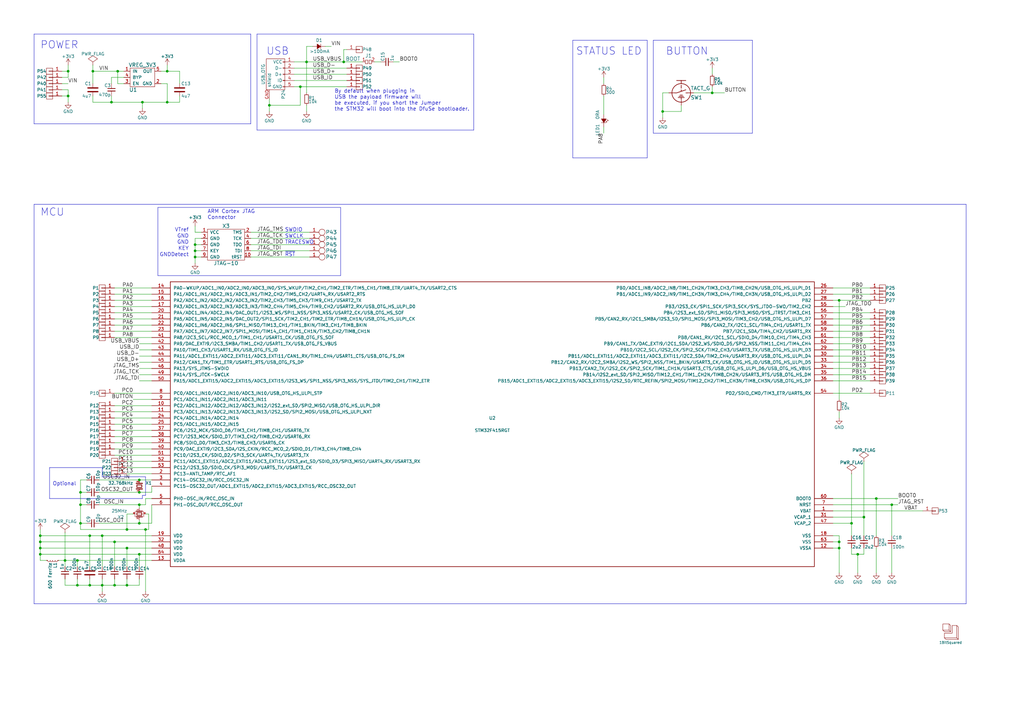
<source format=kicad_sch>
(kicad_sch (version 20230121) (generator eeschema)
  (paper "A3")
  (title_block (title "1BitSy") (rev "V1.0c") (company "1BitSquared") (comment 1 "(C) 2016 Piotr Esden-Tempski <piotr@esden.net>") (comment 2 "(C) 2016 1BitSquared LLC <info@1bitsquared.com>") (comment 3 "License: CC-BY-SA V4.0"))
  (junction (at 80.01 105.41))
  (junction (at 45.72 41.91))
  (junction (at 16.51 224.79))
  (junction (at 123.19 35.56))
  (junction (at 344.17 123.19))
  (junction (at 354.33 212.09))
  (junction (at 33.02 201.93))
  (junction (at 68.58 29.21))
  (junction (at 292.1 38.1))
  (junction (at 41.91 240.03))
  (junction (at 125.73 25.4))
  (junction (at 57.15 214.63))
  (junction (at 26.67 229.87))
  (junction (at 33.02 214.63))
  (junction (at 359.41 204.47))
  (junction (at 31.75 229.87))
  (junction (at 46.99 222.25))
  (junction (at 344.17 224.79))
  (junction (at 33.02 207.01))
  (junction (at 80.01 102.87))
  (junction (at 16.51 222.25))
  (junction (at 80.01 100.33))
  (junction (at 27.94 39.37))
  (junction (at 140.97 25.4))
  (junction (at 36.83 219.71))
  (junction (at 52.07 217.17))
  (junction (at 344.17 222.25))
  (junction (at 31.75 240.03))
  (junction (at 59.69 217.17))
  (junction (at 41.91 219.71))
  (junction (at 57.15 201.93))
  (junction (at 48.26 29.21))
  (junction (at 38.1 29.21))
  (junction (at 57.15 227.33))
  (junction (at 58.42 41.91))
  (junction (at 271.78 45.72))
  (junction (at 365.76 207.01))
  (junction (at 46.99 240.03))
  (junction (at 52.07 224.79))
  (junction (at 57.15 196.85))
  (junction (at 52.07 240.03))
  (junction (at 57.15 207.01))
  (junction (at 36.83 240.03))
  (junction (at 68.58 41.91))
  (junction (at 110.49 43.18))
  (junction (at 16.51 227.33))
  (junction (at 27.94 29.21))
  (junction (at 349.25 214.63))
  (junction (at 16.51 219.71))
  (junction (at 351.79 227.33))
  (wire (pts (xy 102.87 100.33) (xy 127 100.33)))
  (wire (pts (xy 344.17 123.19) (xy 344.17 163.83)))
  (wire (pts (xy 57.15 207.01) (xy 59.69 207.01)))
  (wire (pts (xy 38.1 26.67) (xy 38.1 29.21)))
  (wire (pts (xy 279.4 45.72) (xy 271.78 45.72)))
  (wire (pts (xy 344.17 219.71) (xy 344.17 222.25)))
  (wire (pts (xy 62.23 156.21) (xy 57.15 156.21)))
  (wire (pts (xy 125.73 19.05) (xy 128.27 19.05)))
  (wire (pts (xy 359.41 224.79) (xy 359.41 234.95)))
  (wire (pts (xy 52.07 210.82) (xy 52.07 217.17)))
  (wire (pts (xy 341.63 222.25) (xy 344.17 222.25)))
  (polyline (pts (xy 13.97 50.8) (xy 102.87 50.8)))
  (polyline (pts (xy 64.77 113.03) (xy 64.77 85.09)))
  (wire (pts (xy 341.63 138.43) (xy 356.87 138.43)))
  (wire (pts (xy 341.63 140.97) (xy 356.87 140.97)))
  (polyline (pts (xy 139.7 113.03) (xy 64.77 113.03)))
  (wire (pts (xy 292.1 30.48) (xy 292.1 27.94)))
  (wire (pts (xy 120.65 33.02) (xy 142.24 33.02)))
  (wire (pts (xy 62.23 151.13) (xy 57.15 151.13)))
  (wire (pts (xy 349.25 194.31) (xy 349.25 214.63)))
  (wire (pts (xy 344.17 224.79) (xy 344.17 234.95)))
  (wire (pts (xy 341.63 219.71) (xy 344.17 219.71)))
  (wire (pts (xy 26.67 218.44) (xy 26.67 229.87)))
  (wire (pts (xy 52.07 237.49) (xy 52.07 240.03)))
  (wire (pts (xy 341.63 118.11) (xy 356.87 118.11)))
  (wire (pts (xy 26.67 229.87) (xy 26.67 232.41)))
  (wire (pts (xy 349.25 224.79) (xy 349.25 227.33)))
  (wire (pts (xy 341.63 123.19) (xy 344.17 123.19)))
  (wire (pts (xy 59.69 210.82) (xy 60.96 210.82)))
  (wire (pts (xy 46.99 240.03) (xy 52.07 240.03)))
  (wire (pts (xy 66.04 29.21) (xy 68.58 29.21)))
  (polyline (pts (xy 105.41 13.97) (xy 105.41 53.34)))
  (wire (pts (xy 16.51 224.79) (xy 16.51 227.33)))
  (wire (pts (xy 341.63 120.65) (xy 356.87 120.65)))
  (wire (pts (xy 45.72 41.91) (xy 58.42 41.91)))
  (wire (pts (xy 62.23 201.93) (xy 62.23 199.39)))
  (wire (pts (xy 31.75 232.41) (xy 31.75 229.87)))
  (wire (pts (xy 57.15 213.36) (xy 57.15 214.63)))
  (wire (pts (xy 359.41 219.71) (xy 359.41 204.47)))
  (wire (pts (xy 46.99 125.73) (xy 62.23 125.73)))
  (wire (pts (xy 16.51 219.71) (xy 36.83 219.71)))
  (wire (pts (xy 274.32 38.1) (xy 271.78 38.1)))
  (polyline (pts (xy 13.97 13.97) (xy 13.97 50.8)))
  (wire (pts (xy 59.69 204.47) (xy 62.23 204.47)))
  (wire (pts (xy 120.65 27.94) (xy 142.24 27.94)))
  (wire (pts (xy 125.73 25.4) (xy 140.97 25.4)))
  (wire (pts (xy 50.8 31.75) (xy 45.72 31.75)))
  (wire (pts (xy 125.73 19.05) (xy 125.73 25.4)))
  (wire (pts (xy 31.75 237.49) (xy 31.75 240.03)))
  (wire (pts (xy 102.87 102.87) (xy 127 102.87)))
  (wire (pts (xy 46.99 184.15) (xy 62.23 184.15)))
  (wire (pts (xy 354.33 212.09) (xy 354.33 219.71)))
  (wire (pts (xy 46.99 130.81) (xy 62.23 130.81)))
  (wire (pts (xy 33.02 214.63) (xy 35.56 214.63)))
  (wire (pts (xy 341.63 212.09) (xy 354.33 212.09)))
  (wire (pts (xy 359.41 204.47) (xy 368.3 204.47)))
  (wire (pts (xy 38.1 29.21) (xy 48.26 29.21)))
  (wire (pts (xy 120.65 25.4) (xy 125.73 25.4)))
  (wire (pts (xy 123.19 43.18) (xy 123.19 35.56)))
  (wire (pts (xy 52.07 232.41) (xy 52.07 224.79)))
  (wire (pts (xy 123.19 35.56) (xy 142.24 35.56)))
  (wire (pts (xy 46.99 128.27) (xy 62.23 128.27)))
  (wire (pts (xy 247.65 52.07) (xy 247.65 54.61)))
  (wire (pts (xy 36.83 240.03) (xy 41.91 240.03)))
  (wire (pts (xy 341.63 204.47) (xy 359.41 204.47)))
  (wire (pts (xy 341.63 209.55) (xy 378.46 209.55)))
  (wire (pts (xy 46.99 237.49) (xy 46.99 240.03)))
  (wire (pts (xy 48.26 29.21) (xy 48.26 34.29)))
  (wire (pts (xy 46.99 168.91) (xy 62.23 168.91)))
  (wire (pts (xy 16.51 222.25) (xy 46.99 222.25)))
  (wire (pts (xy 26.67 229.87) (xy 31.75 229.87)))
  (wire (pts (xy 341.63 224.79) (xy 344.17 224.79)))
  (wire (pts (xy 59.69 217.17) (xy 60.96 217.17)))
  (wire (pts (xy 46.99 123.19) (xy 62.23 123.19)))
  (wire (pts (xy 110.49 40.64) (xy 110.49 43.18)))
  (polyline (pts (xy 102.87 13.97) (xy 13.97 13.97)))
  (wire (pts (xy 292.1 38.1) (xy 292.1 35.56)))
  (polyline (pts (xy 234.95 64.77) (xy 234.95 16.51)))
  (wire (pts (xy 16.51 229.87) (xy 19.05 229.87)))
  (wire (pts (xy 349.25 214.63) (xy 349.25 219.71)))
  (polyline (pts (xy 265.43 64.77) (xy 234.95 64.77)))
  (wire (pts (xy 27.94 39.37) (xy 27.94 41.91)))
  (wire (pts (xy 25.4 36.83) (xy 27.94 36.83)))
  (wire (pts (xy 57.15 214.63) (xy 62.23 214.63)))
  (wire (pts (xy 351.79 227.33) (xy 351.79 234.95)))
  (wire (pts (xy 341.63 143.51) (xy 356.87 143.51)))
  (wire (pts (xy 68.58 26.67) (xy 68.58 29.21)))
  (wire (pts (xy 27.94 26.67) (xy 27.94 29.21)))
  (wire (pts (xy 102.87 97.79) (xy 127 97.79)))
  (wire (pts (xy 284.48 38.1) (xy 292.1 38.1)))
  (wire (pts (xy 54.61 163.83) (xy 62.23 163.83)))
  (wire (pts (xy 341.63 125.73) (xy 346.71 125.73)))
  (wire (pts (xy 38.1 41.91) (xy 45.72 41.91)))
  (wire (pts (xy 46.99 171.45) (xy 62.23 171.45)))
  (wire (pts (xy 46.99 179.07) (xy 62.23 179.07)))
  (wire (pts (xy 33.02 207.01) (xy 33.02 214.63)))
  (polyline (pts (xy 41.91 191.77) (xy 20.32 191.77)))
  (wire (pts (xy 33.02 207.01) (xy 35.56 207.01)))
  (wire (pts (xy 33.02 214.63) (xy 33.02 217.17)))
  (polyline (pts (xy 194.31 53.34) (xy 194.31 13.97)))
  (polyline (pts (xy 58.42 203.2) (xy 59.69 203.2)))
  (wire (pts (xy 140.97 25.4) (xy 148.59 25.4)))
  (wire (pts (xy 66.04 34.29) (xy 68.58 34.29)))
  (wire (pts (xy 341.63 214.63) (xy 349.25 214.63)))
  (wire (pts (xy 33.02 201.93) (xy 35.56 201.93)))
  (wire (pts (xy 54.61 210.82) (xy 52.07 210.82)))
  (wire (pts (xy 31.75 240.03) (xy 36.83 240.03)))
  (wire (pts (xy 125.73 25.4) (xy 125.73 38.1)))
  (wire (pts (xy 35.56 196.85) (xy 33.02 196.85)))
  (wire (pts (xy 341.63 151.13) (xy 356.87 151.13)))
  (polyline (pts (xy 58.42 204.47) (xy 58.42 203.2)))
  (polyline (pts (xy 396.24 247.65) (xy 13.97 247.65)))
  (wire (pts (xy 16.51 227.33) (xy 16.51 229.87)))
  (wire (pts (xy 46.99 173.99) (xy 62.23 173.99)))
  (polyline (pts (xy 267.97 54.61) (xy 267.97 16.51)))
  (wire (pts (xy 80.01 97.79) (xy 80.01 100.33)))
  (polyline (pts (xy 267.97 16.51) (xy 308.61 16.51)))
  (wire (pts (xy 80.01 105.41) (xy 80.01 107.95)))
  (wire (pts (xy 341.63 148.59) (xy 356.87 148.59)))
  (wire (pts (xy 82.55 105.41) (xy 80.01 105.41)))
  (wire (pts (xy 82.55 95.25) (xy 80.01 95.25)))
  (wire (pts (xy 16.51 222.25) (xy 16.51 224.79)))
  (wire (pts (xy 33.02 201.93) (xy 33.02 207.01)))
  (polyline (pts (xy 102.87 50.8) (xy 102.87 13.97)))
  (wire (pts (xy 354.33 227.33) (xy 354.33 224.79)))
  (wire (pts (xy 52.07 189.23) (xy 62.23 189.23)))
  (polyline (pts (xy 20.32 191.77) (xy 20.32 204.47)))
  (polyline (pts (xy 64.77 85.09) (xy 139.7 85.09)))
  (wire (pts (xy 344.17 123.19) (xy 356.87 123.19)))
  (wire (pts (xy 36.83 237.49) (xy 36.83 240.03)))
  (wire (pts (xy 57.15 208.28) (xy 57.15 207.01)))
  (wire (pts (xy 46.99 222.25) (xy 62.23 222.25)))
  (wire (pts (xy 271.78 45.72) (xy 271.78 48.26)))
  (wire (pts (xy 26.67 240.03) (xy 31.75 240.03)))
  (wire (pts (xy 41.91 240.03) (xy 41.91 242.57)))
  (wire (pts (xy 36.83 232.41) (xy 36.83 219.71)))
  (wire (pts (xy 110.49 43.18) (xy 110.49 45.72)))
  (wire (pts (xy 102.87 105.41) (xy 127 105.41)))
  (polyline (pts (xy 308.61 16.51) (xy 308.61 54.61)))
  (wire (pts (xy 59.69 207.01) (xy 59.69 204.47)))
  (wire (pts (xy 26.67 237.49) (xy 26.67 240.03)))
  (wire (pts (xy 341.63 207.01) (xy 365.76 207.01)))
  (wire (pts (xy 40.64 196.85) (xy 57.15 196.85)))
  (wire (pts (xy 52.07 224.79) (xy 62.23 224.79)))
  (wire (pts (xy 46.99 166.37) (xy 62.23 166.37)))
  (wire (pts (xy 24.13 229.87) (xy 26.67 229.87)))
  (wire (pts (xy 349.25 227.33) (xy 351.79 227.33)))
  (wire (pts (xy 46.99 118.11) (xy 62.23 118.11)))
  (wire (pts (xy 41.91 219.71) (xy 62.23 219.71)))
  (wire (pts (xy 80.01 102.87) (xy 80.01 105.41)))
  (wire (pts (xy 36.83 219.71) (xy 41.91 219.71)))
  (wire (pts (xy 62.23 214.63) (xy 62.23 207.01)))
  (wire (pts (xy 52.07 194.31) (xy 62.23 194.31)))
  (wire (pts (xy 16.51 217.17) (xy 16.51 219.71)))
  (wire (pts (xy 365.76 224.79) (xy 365.76 234.95)))
  (wire (pts (xy 341.63 161.29) (xy 356.87 161.29)))
  (wire (pts (xy 365.76 207.01) (xy 368.3 207.01)))
  (polyline (pts (xy 194.31 13.97) (xy 105.41 13.97)))
  (wire (pts (xy 341.63 135.89) (xy 356.87 135.89)))
  (wire (pts (xy 46.99 232.41) (xy 46.99 222.25)))
  (wire (pts (xy 247.65 31.75) (xy 247.65 34.29)))
  (wire (pts (xy 142.24 20.32) (xy 140.97 20.32)))
  (polyline (pts (xy 13.97 83.82) (xy 396.24 83.82)))
  (wire (pts (xy 46.99 138.43) (xy 62.23 138.43)))
  (wire (pts (xy 46.99 161.29) (xy 62.23 161.29)))
  (wire (pts (xy 68.58 41.91) (xy 68.58 34.29)))
  (wire (pts (xy 271.78 38.1) (xy 271.78 45.72)))
  (wire (pts (xy 31.75 229.87) (xy 62.23 229.87)))
  (wire (pts (xy 102.87 95.25) (xy 127 95.25)))
  (wire (pts (xy 16.51 224.79) (xy 52.07 224.79)))
  (wire (pts (xy 27.94 36.83) (xy 27.94 39.37)))
  (wire (pts (xy 82.55 100.33) (xy 80.01 100.33)))
  (wire (pts (xy 125.73 43.18) (xy 125.73 45.72)))
  (wire (pts (xy 365.76 207.01) (xy 365.76 219.71)))
  (wire (pts (xy 57.15 201.93) (xy 62.23 201.93)))
  (wire (pts (xy 46.99 120.65) (xy 62.23 120.65)))
  (polyline (pts (xy 20.32 204.47) (xy 58.42 204.47)))
  (wire (pts (xy 351.79 227.33) (xy 354.33 227.33)))
  (polyline (pts (xy 396.24 83.82) (xy 396.24 247.65)))
  (wire (pts (xy 341.63 146.05) (xy 356.87 146.05)))
  (wire (pts (xy 46.99 186.69) (xy 62.23 186.69)))
  (wire (pts (xy 62.23 143.51) (xy 57.15 143.51)))
  (wire (pts (xy 140.97 20.32) (xy 140.97 25.4)))
  (wire (pts (xy 41.91 232.41) (xy 41.91 219.71)))
  (polyline (pts (xy 234.95 16.51) (xy 265.43 16.51)))
  (wire (pts (xy 52.07 240.03) (xy 57.15 240.03)))
  (wire (pts (xy 58.42 41.91) (xy 58.42 44.45)))
  (wire (pts (xy 82.55 102.87) (xy 80.01 102.87)))
  (wire (pts (xy 52.07 191.77) (xy 62.23 191.77)))
  (polyline (pts (xy 139.7 85.09) (xy 139.7 113.03)))
  (wire (pts (xy 33.02 217.17) (xy 52.07 217.17)))
  (wire (pts (xy 27.94 29.21) (xy 27.94 31.75)))
  (wire (pts (xy 247.65 39.37) (xy 247.65 46.99)))
  (wire (pts (xy 57.15 196.85) (xy 62.23 196.85)))
  (wire (pts (xy 82.55 97.79) (xy 80.01 97.79)))
  (wire (pts (xy 41.91 237.49) (xy 41.91 240.03)))
  (wire (pts (xy 52.07 217.17) (xy 59.69 217.17)))
  (wire (pts (xy 73.66 41.91) (xy 73.66 39.37)))
  (wire (pts (xy 73.66 29.21) (xy 73.66 34.29)))
  (wire (pts (xy 45.72 39.37) (xy 45.72 41.91)))
  (wire (pts (xy 46.99 176.53) (xy 62.23 176.53)))
  (wire (pts (xy 341.63 133.35) (xy 356.87 133.35)))
  (wire (pts (xy 80.01 100.33) (xy 80.01 102.87)))
  (wire (pts (xy 58.42 41.91) (xy 68.58 41.91)))
  (wire (pts (xy 341.63 130.81) (xy 356.87 130.81)))
  (wire (pts (xy 62.23 148.59) (xy 57.15 148.59)))
  (wire (pts (xy 48.26 34.29) (xy 50.8 34.29)))
  (wire (pts (xy 354.33 189.23) (xy 354.33 212.09)))
  (wire (pts (xy 135.89 19.05) (xy 133.35 19.05)))
  (wire (pts (xy 57.15 240.03) (xy 57.15 237.49)))
  (wire (pts (xy 120.65 35.56) (xy 123.19 35.56)))
  (wire (pts (xy 341.63 128.27) (xy 356.87 128.27)))
  (wire (pts (xy 57.15 227.33) (xy 62.23 227.33)))
  (wire (pts (xy 57.15 232.41) (xy 57.15 227.33)))
  (wire (pts (xy 59.69 217.17) (xy 59.69 242.57)))
  (wire (pts (xy 341.63 153.67) (xy 356.87 153.67)))
  (wire (pts (xy 16.51 219.71) (xy 16.51 222.25)))
  (wire (pts (xy 38.1 41.91) (xy 38.1 39.37)))
  (wire (pts (xy 33.02 196.85) (xy 33.02 201.93)))
  (wire (pts (xy 40.64 201.93) (xy 57.15 201.93)))
  (wire (pts (xy 48.26 29.21) (xy 50.8 29.21)))
  (wire (pts (xy 62.23 153.67) (xy 57.15 153.67)))
  (wire (pts (xy 57.15 146.05) (xy 62.23 146.05)))
  (wire (pts (xy 279.4 43.18) (xy 279.4 45.72)))
  (wire (pts (xy 161.29 25.4) (xy 163.83 25.4)))
  (wire (pts (xy 40.64 207.01) (xy 57.15 207.01)))
  (wire (pts (xy 344.17 168.91) (xy 344.17 171.45)))
  (wire (pts (xy 62.23 140.97) (xy 57.15 140.97)))
  (wire (pts (xy 68.58 29.21) (xy 73.66 29.21)))
  (polyline (pts (xy 308.61 54.61) (xy 267.97 54.61)))
  (wire (pts (xy 16.51 227.33) (xy 57.15 227.33)))
  (wire (pts (xy 27.94 31.75) (xy 25.4 31.75)))
  (wire (pts (xy 41.91 240.03) (xy 46.99 240.03)))
  (wire (pts (xy 45.72 31.75) (xy 45.72 34.29)))
  (wire (pts (xy 80.01 95.25) (xy 80.01 92.71)))
  (wire (pts (xy 46.99 181.61) (xy 62.23 181.61)))
  (wire (pts (xy 344.17 222.25) (xy 344.17 224.79)))
  (wire (pts (xy 46.99 135.89) (xy 62.23 135.89)))
  (polyline (pts (xy 13.97 247.65) (xy 13.97 83.82)))
  (wire (pts (xy 123.19 43.18) (xy 110.49 43.18)))
  (wire (pts (xy 27.94 39.37) (xy 25.4 39.37)))
  (polyline (pts (xy 41.91 195.58) (xy 41.91 191.77)))
  (wire (pts (xy 341.63 156.21) (xy 356.87 156.21)))
  (polyline (pts (xy 265.43 16.51) (xy 265.43 64.77)))
  (wire (pts (xy 153.67 25.4) (xy 156.21 25.4)))
  (polyline (pts (xy 105.41 53.34) (xy 194.31 53.34)))
  (wire (pts (xy 46.99 133.35) (xy 62.23 133.35)))
  (polyline (pts (xy 59.69 195.58) (xy 41.91 195.58)))
  (wire (pts (xy 25.4 29.21) (xy 27.94 29.21)))
  (wire (pts (xy 68.58 41.91) (xy 73.66 41.91)))
  (wire (pts (xy 25.4 34.29) (xy 27.94 34.29)))
  (polyline (pts (xy 59.69 203.2) (xy 59.69 195.58)))
  (wire (pts (xy 60.96 210.82) (xy 60.96 217.17)))
  (wire (pts (xy 40.64 214.63) (xy 57.15 214.63)))
  (wire (pts (xy 292.1 38.1) (xy 297.18 38.1)))
  (wire (pts (xy 120.65 30.48) (xy 142.24 30.48)))
  (wire (pts (xy 38.1 29.21) (xy 38.1 34.29)))
  (text "SWCLK" (at 116.84 97.79 0) (effects (font (size 1.524 1.524)) (justify left bottom)))
  (text "POWER" (at 16.51 20.32 0) (effects (font (size 3.048 3.048)) (justify left bottom)))
  (text "BUTTON" (at 273.05 22.86 0) (effects (font (size 3.048 3.048)) (justify left bottom)))
  (text "GND" (at 77.47 100.33 0) (effects (font (size 1.524 1.524)) (justify right bottom)))
  (text "TRACESWO" (at 116.84 100.33 0) (effects (font (size 1.524 1.524)) (justify left bottom)))
  (text "USB" (at 109.22 22.86 0) (effects (font (size 3.048 3.048)) (justify left bottom)))
  (text "GND" (at 77.47 97.79 0) (effects (font (size 1.524 1.524)) (justify right bottom)))
  (text "By default when plugging in\nUSB the payload firmware will\nbe executed, if you short the Jumper\nthe STM32 will boot into the DfuSe bootloader." (at 137.16 45.72 0) (effects (font (size 1.524 1.524)) (justify left bottom)))
  (text "GNDDetect" (at 77.47 105.41 0) (effects (font (size 1.524 1.524)) (justify right bottom)))
  (text "STATUS LED" (at 236.22 22.86 0) (effects (font (size 3.048 3.048)) (justify left bottom)))
  (text "MCU" (at 16.51 88.9 0) (effects (font (size 3.048 3.048)) (justify left bottom)))
  (text "Optional" (at 21.59 199.39 0) (effects (font (size 1.524 1.524)) (justify left bottom)))
  (text "SWDIO" (at 116.84 95.25 0) (effects (font (size 1.524 1.524)) (justify left bottom)))
  (text "~{RST}" (at 116.84 105.41 0) (effects (font (size 1.524 1.524)) (justify left bottom)))
  (text "ARM Cortex JTAG\nConnector" (at 85.09 90.17 0) (effects (font (size 1.524 1.524)) (justify left bottom)))
  (text "KEY" (at 77.47 102.87 0) (effects (font (size 1.524 1.524)) (justify right bottom)))
  (text "VTref" (at 77.47 95.25 0) (effects (font (size 1.524 1.524)) (justify right bottom)))
  (label "PC10" (at 54.61 186.69 180) (effects (font (size 1.524 1.524))))
  (label "PA3" (at 54.61 125.73 180) (effects (font (size 1.524 1.524))))
  (label "BUTTON" (at 54.61 163.83 180) (effects (font (size 1.524 1.524))))
  (label "VIN" (at 135.89 19.05 0) (effects (font (size 1.524 1.524))))
  (label "USB_D+" (at 57.15 148.59 180) (effects (font (size 1.524 1.524))))
  (label "PB2" (at 349.25 123.19 0) (effects (font (size 1.524 1.524))))
  (label "JTAG_TMS" (at 105.41 95.25 0) (effects (font (size 1.524 1.524))))
  (label "OSC32_OUT" (at 54.61 201.93 180) (effects (font (size 1.524 1.524))))
  (label "OSC_IN" (at 50.8 207.01 180) (effects (font (size 1.524 1.524))))
  (label "JTAG_TDO" (at 346.71 125.73 0) (effects (font (size 1.524 1.524))))
  (label "BOOT0" (at 368.3 204.47 0) (effects (font (size 1.524 1.524))))
  (label "PB10" (at 349.25 143.51 0) (effects (font (size 1.524 1.524))))
  (label "VIN" (at 44.45 29.21 180) (effects (font (size 1.524 1.524))))
  (label "OSC32_IN" (at 53.34 196.85 180) (effects (font (size 1.524 1.524))))
  (label "PC11" (at 54.61 189.23 180) (effects (font (size 1.524 1.524))))
  (label "PB8" (at 349.25 138.43 0) (effects (font (size 1.524 1.524))))
  (label "PB9" (at 349.25 140.97 0) (effects (font (size 1.524 1.524))))
  (label "PC2" (at 54.61 166.37 180) (effects (font (size 1.524 1.524))))
  (label "PC13" (at 54.61 194.31 180) (effects (font (size 1.524 1.524))))
  (label "JTAG_TCK" (at 57.15 153.67 180) (effects (font (size 1.524 1.524))))
  (label "BUTTON" (at 297.18 38.1 0) (effects (font (size 1.524 1.524))))
  (label "PB14" (at 349.25 153.67 0) (effects (font (size 1.524 1.524))))
  (label "JTAG_RST" (at 105.41 105.41 0) (effects (font (size 1.524 1.524))))
  (label "PA4" (at 54.61 128.27 180) (effects (font (size 1.524 1.524))))
  (label "PA7" (at 54.61 135.89 180) (effects (font (size 1.524 1.524))))
  (label "PC12" (at 54.61 191.77 180) (effects (font (size 1.524 1.524))))
  (label "PB5" (at 349.25 130.81 0) (effects (font (size 1.524 1.524))))
  (label "PB15" (at 349.25 156.21 0) (effects (font (size 1.524 1.524))))
  (label "PA5" (at 54.61 130.81 180) (effects (font (size 1.524 1.524))))
  (label "PB0" (at 349.25 118.11 0) (effects (font (size 1.524 1.524))))
  (label "PA8" (at 54.61 138.43 180) (effects (font (size 1.524 1.524))))
  (label "USB_D-" (at 128.27 27.94 0) (effects (font (size 1.524 1.524))))
  (label "PB1" (at 349.25 120.65 0) (effects (font (size 1.524 1.524))))
  (label "USB_ID" (at 128.27 33.02 0) (effects (font (size 1.524 1.524))))
  (label "VBAT" (at 370.84 209.55 0) (effects (font (size 1.524 1.524))))
  (label "VIN" (at 27.94 34.29 0) (effects (font (size 1.524 1.524))))
  (label "JTAG_TMS" (at 57.15 151.13 180) (effects (font (size 1.524 1.524))))
  (label "PA1" (at 54.61 120.65 180) (effects (font (size 1.524 1.524))))
  (label "BOOT0" (at 163.83 25.4 0) (effects (font (size 1.524 1.524))))
  (label "USB_VBUS" (at 128.27 25.4 0) (effects (font (size 1.524 1.524))))
  (label "JTAG_TDI" (at 57.15 156.21 180) (effects (font (size 1.524 1.524))))
  (label "PA6" (at 54.61 133.35 180) (effects (font (size 1.524 1.524))))
  (label "PA8" (at 247.65 54.61 270) (effects (font (size 1.524 1.524))))
  (label "USB_D+" (at 128.27 30.48 0) (effects (font (size 1.524 1.524))))
  (label "PB6" (at 349.25 133.35 0) (effects (font (size 1.524 1.524))))
  (label "PC0" (at 54.61 161.29 180) (effects (font (size 1.524 1.524))))
  (label "PB12" (at 349.25 148.59 0) (effects (font (size 1.524 1.524))))
  (label "PD2" (at 349.25 161.29 0) (effects (font (size 1.524 1.524))))
  (label "PC9" (at 54.61 184.15 180) (effects (font (size 1.524 1.524))))
  (label "USB_ID" (at 57.15 143.51 180) (effects (font (size 1.524 1.524))))
  (label "PB11" (at 349.25 146.05 0) (effects (font (size 1.524 1.524))))
  (label "JTAG_TCK" (at 105.41 97.79 0) (effects (font (size 1.524 1.524))))
  (label "PC8" (at 54.61 181.61 180) (effects (font (size 1.524 1.524))))
  (label "OSC_OUT" (at 50.8 214.63 180) (effects (font (size 1.524 1.524))))
  (label "USB_VBUS" (at 57.15 140.97 180) (effects (font (size 1.524 1.524))))
  (label "PC3" (at 54.61 168.91 180) (effects (font (size 1.524 1.524))))
  (label "PA2" (at 54.61 123.19 180) (effects (font (size 1.524 1.524))))
  (label "PB13" (at 349.25 151.13 0) (effects (font (size 1.524 1.524))))
  (label "PC6" (at 54.61 176.53 180) (effects (font (size 1.524 1.524))))
  (label "JTAG_TDO" (at 105.41 100.33 0) (effects (font (size 1.524 1.524))))
  (label "PB4" (at 349.25 128.27 0) (effects (font (size 1.524 1.524))))
  (label "JTAG_TDI" (at 105.41 102.87 0) (effects (font (size 1.524 1.524))))
  (label "PC7" (at 54.61 179.07 180) (effects (font (size 1.524 1.524))))
  (label "PC4" (at 54.61 171.45 180) (effects (font (size 1.524 1.524))))
  (label "PB7" (at 349.25 135.89 0) (effects (font (size 1.524 1.524))))
  (label "PC5" (at 54.61 173.99 180) (effects (font (size 1.524 1.524))))
  (label "USB_D-" (at 57.15 146.05 180) (effects (font (size 1.524 1.524))))
  (label "PA0" (at 54.61 118.11 180) (effects (font (size 1.524 1.524))))
  (label "JTAG_RST" (at 368.3 207.01 0) (effects (font (size 1.524 1.524))))
  (symbol (lib_id "1bitsy-rescue:STM32F415RGTx") (at 201.93 173.99 0) (unit 1)
    (property "Reference" "U2" (at 201.93 171.45 0))
    (property "Value" "STM32F415RGT" (at 201.93 176.53 0))
    (property "Footprint" "pkl_housings_qfp:LQFP-64_10x10mm_Pitch0.5mm" (effects hide))
    (property "Key" "ic-mcu-stm32f415rgt6" (effects hide))
    (property "MFN" "STM32F415RGT6" (effects hide))
    (property "Package ID" "LQFP-64" (effects hide))
    (property "Source" "ANY" (effects hide))
  )
  (symbol (lib_id "1bitsy-rescue:pkl_XTAL_XGXG") (at 57.15 210.82 270) (unit 1)
    (property "Reference" "X2" (at 49.53 212.09 90))
    (property "Value" "25MHz" (at 45.72 209.55 90) (effects (justify left)))
    (property "Footprint" "pkl_misc:ABM8" (effects hide))
    (property "Key" "xtal-abm8-25mhz" (effects hide))
    (property "MFN" "ABM8G-24.000MHZ-B4Y-T" (effects hide))
    (property "Source" "ANY" (effects hide))
  )
  (symbol (lib_id "1bitsy-rescue:GND") (at 59.69 242.57 0) (unit 1)
    (property "Reference" "#PWR6" (effects hide))
    (property "Value" "GND" (at 59.69 246.38 0))
  )
  (symbol (lib_id "1bitsy-rescue:pkl_C_Small") (at 38.1 207.01 90) (unit 1)
    (property "Reference" "C8" (at 36.322 206.756 0) (effects (justify left)))
    (property "Value" "10p" (at 40.132 206.756 0) (effects (justify left)))
    (property "Footprint" "pkl_dipol:C_0402" (effects hide))
    (property "Key" "cap-cer-0402-10p" (effects hide))
    (property "Package ID" "0402" (effects hide))
    (property "Source" "ANY" (effects hide))
  )
  (symbol (lib_id "1bitsy-rescue:pkl_C_Small") (at 38.1 214.63 90) (unit 1)
    (property "Reference" "C9" (at 36.322 214.376 0) (effects (justify left)))
    (property "Value" "10p" (at 40.132 214.376 0) (effects (justify left)))
    (property "Footprint" "pkl_dipol:C_0402" (effects hide))
    (property "Key" "cap-cer-0402-10p" (effects hide))
    (property "Package ID" "0402" (effects hide))
    (property "Source" "ANY" (effects hide))
  )
  (symbol (lib_id "1bitsy-rescue:+3V3") (at 16.51 217.17 0) (unit 1)
    (property "Reference" "#PWR1" (effects hide))
    (property "Value" "+3V3" (at 16.51 213.614 0))
  )
  (symbol (lib_id "1bitsy-rescue:pkl_L_Small") (at 21.59 229.87 270) (unit 1)
    (property "Reference" "L1" (at 22.606 230.632 0) (effects (justify left)))
    (property "Value" "600 Ferrite" (at 20.574 230.632 0) (effects (justify left)))
    (property "Footprint" "pkl_dipol:L_0402" (effects hide))
    (property "Key" "ferrite-0402-600" (effects hide))
    (property "Characteristics" "600Ohm" (effects hide))
    (property "Package ID" "0402" (effects hide))
    (property "Source" "ANY" (effects hide))
  )
  (symbol (lib_id "1bitsy-rescue:GND") (at 344.17 234.95 0) (unit 1)
    (property "Reference" "#PWR16" (effects hide))
    (property "Value" "GND" (at 344.17 238.76 0))
  )
  (symbol (lib_id "1bitsy-rescue:pkl_C_Small") (at 57.15 234.95 0) (unit 1)
    (property "Reference" "C14" (at 57.404 233.172 0) (effects (justify left)))
    (property "Value" "100n" (at 55.88 233.68 90) (effects (justify left)))
    (property "Footprint" "pkl_dipol:C_0402" (effects hide))
    (property "Key" "cap-cer-0402-100n" (effects hide))
    (property "Package ID" "0402" (effects hide))
    (property "Source" "ANY" (effects hide))
  )
  (symbol (lib_id "1bitsy-rescue:pkl_C_Small") (at 52.07 234.95 0) (unit 1)
    (property "Reference" "C12" (at 52.324 233.172 0) (effects (justify left)))
    (property "Value" "100n" (at 50.8 233.68 90) (effects (justify left)))
    (property "Footprint" "pkl_dipol:C_0402" (effects hide))
    (property "Key" "cap-cer-0402-100n" (effects hide))
    (property "Package ID" "0402" (effects hide))
    (property "Source" "ANY" (effects hide))
  )
  (symbol (lib_id "1bitsy-rescue:pkl_C_Small") (at 46.99 234.95 0) (unit 1)
    (property "Reference" "C11" (at 47.244 233.172 0) (effects (justify left)))
    (property "Value" "100n" (at 45.72 233.68 90) (effects (justify left)))
    (property "Footprint" "pkl_dipol:C_0402" (effects hide))
    (property "Key" "cap-cer-0402-100n" (effects hide))
    (property "Package ID" "0402" (effects hide))
    (property "Source" "ANY" (effects hide))
  )
  (symbol (lib_id "1bitsy-rescue:pkl_C_Small") (at 41.91 234.95 0) (unit 1)
    (property "Reference" "C10" (at 42.164 233.172 0) (effects (justify left)))
    (property "Value" "100n" (at 40.64 233.68 90) (effects (justify left)))
    (property "Footprint" "pkl_dipol:C_0402" (effects hide))
    (property "Key" "cap-cer-0402-100n" (effects hide))
    (property "Package ID" "0402" (effects hide))
    (property "Source" "ANY" (effects hide))
  )
  (symbol (lib_id "1bitsy-rescue:pkl_C_Small") (at 31.75 234.95 0) (unit 1)
    (property "Reference" "C4" (at 32.004 233.172 0) (effects (justify left)))
    (property "Value" "100n" (at 30.48 233.68 90) (effects (justify left)))
    (property "Footprint" "pkl_dipol:C_0402" (effects hide))
    (property "Key" "cap-cer-0402-100n" (effects hide))
    (property "Package ID" "0402" (effects hide))
    (property "Source" "ANY" (effects hide))
  )
  (symbol (lib_id "1bitsy-rescue:pkl_C_Small") (at 26.67 234.95 0) (unit 1)
    (property "Reference" "C2" (at 26.924 233.172 0) (effects (justify left)))
    (property "Value" "1u" (at 25.4 233.68 90) (effects (justify left)))
    (property "Footprint" "pkl_dipol:C_0402" (effects hide))
    (property "Key" "cap-cer-0402-1u" (effects hide))
    (property "Package ID" "0402" (effects hide))
    (property "Source" "ANY" (effects hide))
  )
  (symbol (lib_id "1bitsy-rescue:pkl_C") (at 36.83 234.95 0) (unit 1)
    (property "Reference" "C5" (at 37.084 233.172 0) (effects (justify left)))
    (property "Value" "4u7" (at 35.56 233.68 90) (effects (justify left)))
    (property "Footprint" "pkl_dipol:C_0603" (effects hide))
    (property "Key" "cap-cer-0603-4u7" (effects hide))
    (property "Package ID" "0603" (effects hide))
    (property "Source" "ANY" (effects hide))
  )
  (symbol (lib_id "1bitsy-rescue:GND") (at 41.91 242.57 0) (unit 1)
    (property "Reference" "#PWR4" (effects hide))
    (property "Value" "GND" (at 41.91 246.38 0))
  )
  (symbol (lib_id "1bitsy-rescue:pkl_C_Small") (at 349.25 222.25 0) (unit 1)
    (property "Reference" "C16" (at 349.504 220.472 0) (effects (justify left)))
    (property "Value" "2u2" (at 349.504 224.282 0) (effects (justify left)))
    (property "Footprint" "pkl_dipol:C_0402" (effects hide))
    (property "Key" "cap-cer-0402-2u2" (effects hide))
    (property "Package ID" "0402" (effects hide))
    (property "Source" "ANY" (effects hide))
  )
  (symbol (lib_id "1bitsy-rescue:pkl_C_Small") (at 354.33 222.25 0) (unit 1)
    (property "Reference" "C17" (at 354.584 220.472 0) (effects (justify left)))
    (property "Value" "2u2" (at 354.584 224.282 0) (effects (justify left)))
    (property "Footprint" "pkl_dipol:C_0402" (effects hide))
    (property "Key" "cap-cer-0402-2u2" (effects hide))
    (property "Package ID" "0402" (effects hide))
    (property "Source" "ANY" (effects hide))
  )
  (symbol (lib_id "1bitsy-rescue:GND") (at 351.79 234.95 0) (unit 1)
    (property "Reference" "#PWR17" (effects hide))
    (property "Value" "GND" (at 351.79 238.76 0))
  )
  (symbol (lib_id "1bitsy-rescue:pkl_C_Small") (at 365.76 222.25 0) (unit 1)
    (property "Reference" "C18" (at 366.014 220.472 0) (effects (justify left)))
    (property "Value" "100n" (at 366.014 224.282 0) (effects (justify left)))
    (property "Footprint" "pkl_dipol:C_0402" (effects hide))
    (property "Key" "cap-cer-0402-100n" (effects hide))
    (property "Package ID" "0402" (effects hide))
    (property "Source" "ANY" (effects hide))
  )
  (symbol (lib_id "1bitsy-rescue:GND") (at 365.76 234.95 0) (unit 1)
    (property "Reference" "#PWR19" (effects hide))
    (property "Value" "GND" (at 365.76 238.76 0))
  )
  (symbol (lib_id "1bitsy-rescue:pkl_R_Small") (at 359.41 222.25 0) (unit 1)
    (property "Reference" "R3" (at 360.172 221.742 0) (effects (justify left)))
    (property "Value" "10k" (at 360.172 223.266 0) (effects (justify left)))
    (property "Footprint" "pkl_dipol:R_0402" (effects hide))
    (property "Key" "res-0402-10k" (effects hide))
    (property "Package ID" "0402" (effects hide))
    (property "Source" "ANY" (effects hide))
  )
  (symbol (lib_id "1bitsy-rescue:GND") (at 359.41 234.95 0) (unit 1)
    (property "Reference" "#PWR18" (effects hide))
    (property "Value" "GND" (at 359.41 238.76 0))
  )
  (symbol (lib_id "1bitsy-rescue:pkl_R_Small") (at 344.17 166.37 0) (unit 1)
    (property "Reference" "R2" (at 344.932 165.862 0) (effects (justify left)))
    (property "Value" "10k" (at 344.932 167.386 0) (effects (justify left)))
    (property "Footprint" "pkl_dipol:R_0402" (effects hide))
    (property "Key" "res-0402-10k" (effects hide))
    (property "Package ID" "0402" (effects hide))
    (property "Source" "ANY" (effects hide))
  )
  (symbol (lib_id "1bitsy-rescue:GND") (at 344.17 171.45 0) (unit 1)
    (property "Reference" "#PWR15" (effects hide))
    (property "Value" "GND" (at 344.17 175.26 0))
  )
  (symbol (lib_id "1bitsy-rescue:TACT_G") (at 279.4 38.1 0) (unit 1)
    (property "Reference" "SW1" (at 283.21 40.005 0) (effects (font (size 1.524 1.524)) (justify left)))
    (property "Value" "TACT_G" (at 283.21 36.195 0) (effects (font (size 1.524 1.524)) (justify left)))
    (property "Footprint" "pkl_buttons_switches:Tact_Switch_Top_B3U-1000P" (effects hide))
    (property "Key" "sw-tact-side-boss-gnd-3.0-2.5" (effects hide))
    (property "MFN" "B3U-1000P" (effects hide))
    (property "Source" "ANY" (effects hide))
  )
  (symbol (lib_id "1bitsy-rescue:GND") (at 271.78 48.26 0) (unit 1)
    (property "Reference" "#PWR13" (effects hide))
    (property "Value" "GND" (at 271.78 52.07 0))
  )
  (symbol (lib_id "1bitsy-rescue:pkl_R_Small") (at 292.1 33.02 0) (unit 1)
    (property "Reference" "R5" (at 292.862 32.512 0) (effects (justify left)))
    (property "Value" "10k" (at 292.862 34.036 0) (effects (justify left)))
    (property "Footprint" "pkl_dipol:R_0402" (effects hide))
    (property "Key" "res-0402-10k" (effects hide))
    (property "Package ID" "0402" (effects hide))
    (property "Source" "ANY" (effects hide))
  )
  (symbol (lib_id "1bitsy-rescue:+3V3") (at 292.1 27.94 0) (unit 1)
    (property "Reference" "#PWR14" (effects hide))
    (property "Value" "+3V3" (at 292.1 24.384 0))
  )
  (symbol (lib_id "1bitsy-rescue:JTAG-10") (at 92.71 100.33 0) (unit 1)
    (property "Reference" "X3" (at 92.71 92.71 0) (effects (font (size 1.524 1.524))))
    (property "Value" "JTAG-10" (at 92.71 107.95 0) (effects (font (size 1.524 1.524))))
    (property "Footprint" "pkl_samtec:FTSH-105-XX-X-DV" (effects hide))
    (property "Key" "conn-smd-0.05in-5-2" (effects hide))
    (property "MFN" "FTSH-105-01-F-DV-K" (effects hide))
    (property "Source" "ANY" (effects hide))
    (property "DNP" "DNP" (effects hide))
  )
  (symbol (lib_id "1bitsy-rescue:GND") (at 80.01 107.95 0) (unit 1)
    (property "Reference" "#PWR9" (effects hide))
    (property "Value" "GND" (at 80.01 111.76 0))
  )
  (symbol (lib_id "1bitsy-rescue:+3V3") (at 80.01 92.71 0) (unit 1)
    (property "Reference" "#PWR8" (effects hide))
    (property "Value" "+3V3" (at 80.01 89.154 0))
  )
  (symbol (lib_id "1bitsy-rescue:pkl_USB_OTG") (at 113.03 30.48 90) (mirror x) (unit 1)
    (property "Reference" "P24" (at 116.205 38.735 0))
    (property "Value" "USB_OTG" (at 107.95 30.48 0))
    (property "Footprint" "pkl_connectors:Connector_USB_Micro_B_SMD" (effects hide))
    (property "Key" "conn-smd-usb-micro-b" (effects hide))
    (property "Characteristics" "Surface Mount, Right Angle, SMD, 5pin (OTG) receptacle" (effects hide))
    (property "MFN" "10118192-0001LF" (effects hide))
    (property "Source" "ANY" (effects hide))
  )
  (symbol (lib_id "1bitsy-rescue:GND") (at 110.49 45.72 0) (unit 1)
    (property "Reference" "#PWR10" (effects hide))
    (property "Value" "GND" (at 110.49 49.53 0))
  )
  (symbol (lib_id "1bitsy-rescue:pkl_R_Small") (at 125.73 40.64 0) (unit 1)
    (property "Reference" "R1" (at 126.492 40.132 0) (effects (justify left)))
    (property "Value" "10k" (at 126.492 41.656 0) (effects (justify left)))
    (property "Footprint" "pkl_dipol:R_0402" (effects hide))
    (property "Key" "res-0402-10k" (effects hide))
    (property "Package ID" "0402" (effects hide))
    (property "Source" "ANY" (effects hide))
  )
  (symbol (lib_id "1bitsy-rescue:GND") (at 125.73 45.72 0) (unit 1)
    (property "Reference" "#PWR11" (effects hide))
    (property "Value" "GND" (at 125.73 49.53 0))
  )
  (symbol (lib_id "1bitsy-rescue:pkl_Diode_Small") (at 130.81 19.05 0) (unit 1)
    (property "Reference" "D1" (at 129.54 16.51 0) (effects (justify left)))
    (property "Value" ">100mA" (at 127 21.082 0) (effects (justify left)))
    (property "Footprint" "pkl_dipol:D_0603" (effects hide))
    (property "Key" "diode-schottky-0603" (effects hide))
    (property "Characteristics" ">100mA" (effects hide))
    (property "Package ID" "0603" (effects hide))
    (property "Source" "ANY" (effects hide))
  )
  (symbol (lib_id "1bitsy-rescue:pkl_Led_Small") (at 247.65 49.53 270) (unit 1)
    (property "Reference" "LED1" (at 245.11 50.8 0) (effects (justify left)))
    (property "Value" "ORA" (at 245.11 45.085 0) (effects (justify left)))
    (property "Footprint" "pkl_dipol:D_0603" (effects hide))
    (property "Key" "led-0603-ora" (effects hide))
    (property "Package ID" "0603" (effects hide))
    (property "Source" "ANY" (effects hide))
  )
  (symbol (lib_id "1bitsy-rescue:+3V3") (at 247.65 31.75 0) (unit 1)
    (property "Reference" "#PWR12" (effects hide))
    (property "Value" "+3V3" (at 247.65 28.194 0))
  )
  (symbol (lib_id "1bitsy-rescue:1BitSquared") (at 389.89 259.08 0) (unit 1)
    (property "Reference" "LOGO1" (effects hide))
    (property "Value" "1BitSquared" (at 389.89 263.525 0) (effects (font (size 1.016 1.016))))
    (property "Footprint" "pkl_logos:1b2_Logo_SilkS_7.5mm" (effects hide))
    (property "Source" "ANY" (effects hide))
  )
  (symbol (lib_id "1bitsy-rescue:PWR_FLAG") (at 26.67 218.44 0) (unit 1)
    (property "Reference" "#FLG1" (effects hide))
    (property "Value" "PWR_FLAG" (at 26.67 213.868 0))
  )
  (symbol (lib_id "1bitsy-rescue:PWR_FLAG") (at 349.25 194.31 0) (unit 1)
    (property "Reference" "#FLG3" (effects hide))
    (property "Value" "PWR_FLAG" (at 349.25 189.738 0))
  )
  (symbol (lib_id "1bitsy-rescue:PWR_FLAG") (at 354.33 189.23 0) (unit 1)
    (property "Reference" "#FLG4" (effects hide))
    (property "Value" "PWR_FLAG" (at 354.33 184.658 0))
  )
  (symbol (lib_id "1bitsy-rescue:pkl_R_Small") (at 247.65 36.83 0) (unit 1)
    (property "Reference" "R4" (at 248.412 36.322 0) (effects (justify left)))
    (property "Value" "300" (at 248.412 37.846 0) (effects (justify left)))
    (property "Footprint" "pkl_dipol:R_0402" (effects hide))
    (property "Key" "res-0402-300" (effects hide))
    (property "Package ID" "0402" (effects hide))
    (property "Source" "ANY" (effects hide))
  )
  (symbol (lib_id "1bitsy-rescue:pkl_C_Small") (at 158.75 25.4 90) (unit 1)
    (property "Reference" "C15" (at 156.972 25.146 0) (effects (justify left)))
    (property "Value" "1u" (at 160.782 25.146 0) (effects (justify left)))
    (property "Footprint" "pkl_dipol:C_0402" (effects hide))
    (property "Key" "cap-cer-0402-1u" (effects hide))
    (property "Package ID" "0402" (effects hide))
    (property "Source" "ANY" (effects hide))
  )
  (symbol (lib_id "1bitsy-rescue:pkl_C") (at 38.1 36.83 0) (mirror y) (unit 1)
    (property "Reference" "C1" (at 37.465 34.29 0) (effects (justify left)))
    (property "Value" "4u7" (at 37.465 39.37 0) (effects (justify left)))
    (property "Footprint" "pkl_dipol:C_0603" (effects hide))
    (property "Key" "cap-cer-0603-4u7" (effects hide))
    (property "Package ID" "0603" (effects hide))
    (property "Source" "ANY" (effects hide))
  )
  (symbol (lib_id "1bitsy-rescue:pkl_VREG_5PIN_FIXED") (at 58.42 31.75 0) (unit 1)
    (property "Reference" "U1" (at 54.61 36.83 0) (effects (font (size 1.524 1.524))))
    (property "Value" "VREG_3V3" (at 58.42 26.67 0) (effects (font (size 1.524 1.524))))
    (property "Footprint" "pkl_housings_sot:SOT-23-5" (effects hide))
    (property "Datasheet" "http://www.ti.com/lit/ds/symlink/lp2992.pdf" (effects hide))
    (property "Key" "vreg-sot23-5-3v3" (effects hide))
    (property "MFN" "LP2992AIM5-3.3/NOPB" (effects hide))
    (property "Package ID" "sot23-5" (effects hide))
    (property "Source" "ANY" (effects hide))
  )
  (symbol (lib_id "1bitsy-rescue:pkl_C") (at 73.66 36.83 0) (unit 1)
    (property "Reference" "C13" (at 74.295 34.29 0) (effects (justify left)))
    (property "Value" "4u7" (at 74.295 39.37 0) (effects (justify left)))
    (property "Footprint" "pkl_dipol:C_0603" (effects hide))
    (property "Key" "cap-cer-0603-4u7" (effects hide))
    (property "Package ID" "0603" (effects hide))
    (property "Source" "ANY" (effects hide))
  )
  (symbol (lib_id "1bitsy-rescue:GND") (at 58.42 44.45 0) (unit 1)
    (property "Reference" "#PWR5" (effects hide))
    (property "Value" "GND" (at 58.42 48.26 0))
  )
  (symbol (lib_id "1bitsy-rescue:pkl_C_Small") (at 45.72 36.83 0) (mirror y) (unit 1)
    (property "Reference" "C3" (at 45.466 35.052 0) (effects (justify left)))
    (property "Value" "470p" (at 45.466 38.862 0) (effects (justify left)))
    (property "Footprint" "pkl_dipol:C_0402" (effects hide))
    (property "Key" "cap-cer-0402-470p" (effects hide))
    (property "Package ID" "0402" (effects hide))
    (property "Source" "ANY" (effects hide))
  )
  (symbol (lib_id "1bitsy-rescue:+3V3") (at 68.58 26.67 0) (unit 1)
    (property "Reference" "#PWR7" (effects hide))
    (property "Value" "+3V3" (at 68.58 23.114 0))
  )
  (symbol (lib_id "1bitsy-rescue:PWR_FLAG") (at 38.1 26.67 0) (unit 1)
    (property "Reference" "#FLG2" (effects hide))
    (property "Value" "PWR_FLAG" (at 38.1 22.098 0))
  )
  (symbol (lib_id "1bitsy-rescue:pkl_XTAL_XX") (at 57.15 199.39 90) (unit 1)
    (property "Reference" "X1" (at 60.96 198.12 90))
    (property "Value" "32.768kHz" (at 54.61 198.12 90) (effects (justify left)))
    (property "Footprint" "pkl_misc:ABS07" (effects hide))
    (property "Source" "ANY" (effects hide))
  )
  (symbol (lib_id "1bitsy-rescue:pkl_C_Small") (at 38.1 201.93 90) (unit 1)
    (property "Reference" "C7" (at 36.322 201.676 0) (effects (justify left)))
    (property "Value" "10p" (at 40.132 201.676 0) (effects (justify left)))
    (property "Footprint" "pkl_dipol:C_0603" (effects hide))
    (property "Key" "cap-cer-0603-10p" (effects hide))
    (property "Package ID" "0603" (effects hide))
    (property "Source" "ANY" (effects hide))
  )
  (symbol (lib_id "1bitsy-rescue:pkl_C_Small") (at 38.1 196.85 90) (unit 1)
    (property "Reference" "C6" (at 36.322 196.596 0) (effects (justify left)))
    (property "Value" "10p" (at 40.132 196.596 0) (effects (justify left)))
    (property "Footprint" "pkl_dipol:C_0603" (effects hide))
    (property "Key" "cap-cer-0603-10p" (effects hide))
    (property "Package ID" "0603" (effects hide))
    (property "Source" "ANY" (effects hide))
  )
  (symbol (lib_id "1bitsy-rescue:CONN_01X01") (at 361.95 118.11 0) (unit 1)
    (property "Reference" "P25" (at 363.22 118.11 0) (effects (justify left)))
    (property "Value" "CONN_01X01" (effects hide))
    (property "Footprint" "pkl_pin_headers:Pin_Header_Straight_Round_1x01" (effects hide))
    (property "Source" "ANY" (effects hide))
  )
  (symbol (lib_id "1bitsy-rescue:CONN_01X01") (at 361.95 120.65 0) (unit 1)
    (property "Reference" "P26" (at 363.22 120.65 0) (effects (justify left)))
    (property "Value" "CONN_01X01" (effects hide))
    (property "Footprint" "pkl_pin_headers:Pin_Header_Straight_Round_1x01" (effects hide))
    (property "Source" "ANY" (effects hide))
  )
  (symbol (lib_id "1bitsy-rescue:CONN_01X01") (at 361.95 123.19 0) (unit 1)
    (property "Reference" "P27" (at 363.22 123.19 0) (effects (justify left)))
    (property "Value" "CONN_01X01" (effects hide))
    (property "Footprint" "pkl_pin_headers:Pin_Header_Straight_Round_1x01" (effects hide))
    (property "Source" "ANY" (effects hide))
  )
  (symbol (lib_id "1bitsy-rescue:CONN_01X01") (at 361.95 128.27 0) (unit 1)
    (property "Reference" "P28" (at 363.22 128.27 0) (effects (justify left)))
    (property "Value" "CONN_01X01" (effects hide))
    (property "Footprint" "pkl_pin_headers:Pin_Header_Straight_Round_1x01" (effects hide))
    (property "Source" "ANY" (effects hide))
  )
  (symbol (lib_id "1bitsy-rescue:CONN_01X01") (at 361.95 130.81 0) (unit 1)
    (property "Reference" "P29" (at 363.22 130.81 0) (effects (justify left)))
    (property "Value" "CONN_01X01" (effects hide))
    (property "Footprint" "pkl_pin_headers:Pin_Header_Straight_Round_1x01" (effects hide))
    (property "Source" "ANY" (effects hide))
  )
  (symbol (lib_id "1bitsy-rescue:CONN_01X01") (at 361.95 133.35 0) (unit 1)
    (property "Reference" "P30" (at 363.22 133.35 0) (effects (justify left)))
    (property "Value" "CONN_01X01" (effects hide))
    (property "Footprint" "pkl_pin_headers:Pin_Header_Straight_Round_1x01" (effects hide))
    (property "Source" "ANY" (effects hide))
  )
  (symbol (lib_id "1bitsy-rescue:CONN_01X01") (at 361.95 135.89 0) (unit 1)
    (property "Reference" "P31" (at 363.22 135.89 0) (effects (justify left)))
    (property "Value" "CONN_01X01" (effects hide))
    (property "Footprint" "pkl_pin_headers:Pin_Header_Straight_Round_1x01" (effects hide))
    (property "Source" "ANY" (effects hide))
  )
  (symbol (lib_id "1bitsy-rescue:CONN_01X01") (at 361.95 138.43 0) (unit 1)
    (property "Reference" "P32" (at 363.22 138.43 0) (effects (justify left)))
    (property "Value" "CONN_01X01" (effects hide))
    (property "Footprint" "pkl_pin_headers:Pin_Header_Straight_Round_1x01" (effects hide))
    (property "Source" "ANY" (effects hide))
  )
  (symbol (lib_id "1bitsy-rescue:CONN_01X01") (at 361.95 140.97 0) (unit 1)
    (property "Reference" "P33" (at 363.22 140.97 0) (effects (justify left)))
    (property "Value" "CONN_01X01" (effects hide))
    (property "Footprint" "pkl_pin_headers:Pin_Header_Straight_Round_1x01" (effects hide))
    (property "Source" "ANY" (effects hide))
  )
  (symbol (lib_id "1bitsy-rescue:CONN_01X01") (at 361.95 143.51 0) (unit 1)
    (property "Reference" "P34" (at 363.22 143.51 0) (effects (justify left)))
    (property "Value" "CONN_01X01" (effects hide))
    (property "Footprint" "pkl_pin_headers:Pin_Header_Straight_Round_1x01" (effects hide))
    (property "Source" "ANY" (effects hide))
  )
  (symbol (lib_id "1bitsy-rescue:CONN_01X01") (at 361.95 146.05 0) (unit 1)
    (property "Reference" "P35" (at 363.22 146.05 0) (effects (justify left)))
    (property "Value" "CONN_01X01" (effects hide))
    (property "Footprint" "pkl_pin_headers:Pin_Header_Straight_Round_1x01" (effects hide))
    (property "Source" "ANY" (effects hide))
  )
  (symbol (lib_id "1bitsy-rescue:CONN_01X01") (at 361.95 148.59 0) (unit 1)
    (property "Reference" "P36" (at 363.22 148.59 0) (effects (justify left)))
    (property "Value" "CONN_01X01" (effects hide))
    (property "Footprint" "pkl_pin_headers:Pin_Header_Straight_Round_1x01" (effects hide))
    (property "Source" "ANY" (effects hide))
  )
  (symbol (lib_id "1bitsy-rescue:CONN_01X01") (at 361.95 151.13 0) (unit 1)
    (property "Reference" "P37" (at 363.22 151.13 0) (effects (justify left)))
    (property "Value" "CONN_01X01" (effects hide))
    (property "Footprint" "pkl_pin_headers:Pin_Header_Straight_Round_1x01" (effects hide))
    (property "Source" "ANY" (effects hide))
  )
  (symbol (lib_id "1bitsy-rescue:CONN_01X01") (at 361.95 153.67 0) (unit 1)
    (property "Reference" "P38" (at 363.22 153.67 0) (effects (justify left)))
    (property "Value" "CONN_01X01" (effects hide))
    (property "Footprint" "pkl_pin_headers:Pin_Header_Straight_Round_1x01" (effects hide))
    (property "Source" "ANY" (effects hide))
  )
  (symbol (lib_id "1bitsy-rescue:CONN_01X01") (at 361.95 156.21 0) (unit 1)
    (property "Reference" "P39" (at 363.22 156.21 0) (effects (justify left)))
    (property "Value" "CONN_01X01" (effects hide))
    (property "Footprint" "pkl_pin_headers:Pin_Header_Straight_Round_1x01" (effects hide))
    (property "Source" "ANY" (effects hide))
  )
  (symbol (lib_id "1bitsy-rescue:CONN_01X01") (at 41.91 118.11 180) (unit 1)
    (property "Reference" "P1" (at 40.64 118.11 0) (effects (justify left)))
    (property "Value" "CONN_01X01" (effects hide))
    (property "Footprint" "pkl_pin_headers:Pin_Header_Straight_Round_1x01" (effects hide))
    (property "Source" "ANY" (effects hide))
  )
  (symbol (lib_id "1bitsy-rescue:CONN_01X01") (at 41.91 120.65 180) (unit 1)
    (property "Reference" "P2" (at 40.64 120.65 0) (effects (justify left)))
    (property "Value" "CONN_01X01" (effects hide))
    (property "Footprint" "pkl_pin_headers:Pin_Header_Straight_Round_1x01" (effects hide))
    (property "Source" "ANY" (effects hide))
  )
  (symbol (lib_id "1bitsy-rescue:CONN_01X01") (at 41.91 123.19 180) (unit 1)
    (property "Reference" "P3" (at 40.64 123.19 0) (effects (justify left)))
    (property "Value" "CONN_01X01" (effects hide))
    (property "Footprint" "pkl_pin_headers:Pin_Header_Straight_Round_1x01" (effects hide))
    (property "Source" "ANY" (effects hide))
  )
  (symbol (lib_id "1bitsy-rescue:CONN_01X01") (at 41.91 125.73 180) (unit 1)
    (property "Reference" "P4" (at 40.64 125.73 0) (effects (justify left)))
    (property "Value" "CONN_01X01" (effects hide))
    (property "Footprint" "pkl_pin_headers:Pin_Header_Straight_Round_1x01" (effects hide))
    (property "Source" "ANY" (effects hide))
  )
  (symbol (lib_id "1bitsy-rescue:CONN_01X01") (at 41.91 128.27 180) (unit 1)
    (property "Reference" "P5" (at 40.64 128.27 0) (effects (justify left)))
    (property "Value" "CONN_01X01" (effects hide))
    (property "Footprint" "pkl_pin_headers:Pin_Header_Straight_Round_1x01" (effects hide))
    (property "Source" "ANY" (effects hide))
  )
  (symbol (lib_id "1bitsy-rescue:CONN_01X01") (at 41.91 130.81 180) (unit 1)
    (property "Reference" "P6" (at 40.64 130.81 0) (effects (justify left)))
    (property "Value" "CONN_01X01" (effects hide))
    (property "Footprint" "pkl_pin_headers:Pin_Header_Straight_Round_1x01" (effects hide))
    (property "Source" "ANY" (effects hide))
  )
  (symbol (lib_id "1bitsy-rescue:CONN_01X01") (at 41.91 133.35 180) (unit 1)
    (property "Reference" "P7" (at 40.64 133.35 0) (effects (justify left)))
    (property "Value" "CONN_01X01" (effects hide))
    (property "Footprint" "pkl_pin_headers:Pin_Header_Straight_Round_1x01" (effects hide))
    (property "Source" "ANY" (effects hide))
  )
  (symbol (lib_id "1bitsy-rescue:CONN_01X01") (at 41.91 135.89 180) (unit 1)
    (property "Reference" "P8" (at 40.64 135.89 0) (effects (justify left)))
    (property "Value" "CONN_01X01" (effects hide))
    (property "Footprint" "pkl_pin_headers:Pin_Header_Straight_Round_1x01" (effects hide))
    (property "Source" "ANY" (effects hide))
  )
  (symbol (lib_id "1bitsy-rescue:CONN_01X01") (at 41.91 138.43 180) (unit 1)
    (property "Reference" "P9" (at 40.64 138.43 0) (effects (justify left)))
    (property "Value" "CONN_01X01" (effects hide))
    (property "Footprint" "pkl_pin_headers:Pin_Header_Straight_Round_1x01" (effects hide))
    (property "Source" "ANY" (effects hide))
  )
  (symbol (lib_id "1bitsy-rescue:CONN_01X01") (at 41.91 161.29 180) (unit 1)
    (property "Reference" "P10" (at 40.64 161.29 0) (effects (justify left)))
    (property "Value" "CONN_01X01" (effects hide))
    (property "Footprint" "pkl_pin_headers:Pin_Header_Straight_Round_1x01" (effects hide))
    (property "Source" "ANY" (effects hide))
  )
  (symbol (lib_id "1bitsy-rescue:CONN_01X01") (at 41.91 166.37 180) (unit 1)
    (property "Reference" "P12" (at 40.64 166.37 0) (effects (justify left)))
    (property "Value" "CONN_01X01" (effects hide))
    (property "Footprint" "pkl_pin_headers:Pin_Header_Straight_Round_1x01" (effects hide))
    (property "Source" "ANY" (effects hide))
  )
  (symbol (lib_id "1bitsy-rescue:CONN_01X01") (at 41.91 168.91 180) (unit 1)
    (property "Reference" "P13" (at 40.64 168.91 0) (effects (justify left)))
    (property "Value" "CONN_01X01" (effects hide))
    (property "Footprint" "pkl_pin_headers:Pin_Header_Straight_Round_1x01" (effects hide))
    (property "Source" "ANY" (effects hide))
  )
  (symbol (lib_id "1bitsy-rescue:CONN_01X01") (at 41.91 171.45 180) (unit 1)
    (property "Reference" "P14" (at 40.64 171.45 0) (effects (justify left)))
    (property "Value" "CONN_01X01" (effects hide))
    (property "Footprint" "pkl_pin_headers:Pin_Header_Straight_Round_1x01" (effects hide))
    (property "Source" "ANY" (effects hide))
  )
  (symbol (lib_id "1bitsy-rescue:CONN_01X01") (at 41.91 173.99 180) (unit 1)
    (property "Reference" "P15" (at 40.64 173.99 0) (effects (justify left)))
    (property "Value" "CONN_01X01" (effects hide))
    (property "Footprint" "pkl_pin_headers:Pin_Header_Straight_Round_1x01" (effects hide))
    (property "Source" "ANY" (effects hide))
  )
  (symbol (lib_id "1bitsy-rescue:CONN_01X01") (at 41.91 176.53 180) (unit 1)
    (property "Reference" "P16" (at 40.64 176.53 0) (effects (justify left)))
    (property "Value" "CONN_01X01" (effects hide))
    (property "Footprint" "pkl_pin_headers:Pin_Header_Straight_Round_1x01" (effects hide))
    (property "Source" "ANY" (effects hide))
  )
  (symbol (lib_id "1bitsy-rescue:CONN_01X01") (at 41.91 179.07 180) (unit 1)
    (property "Reference" "P17" (at 40.64 179.07 0) (effects (justify left)))
    (property "Value" "CONN_01X01" (effects hide))
    (property "Footprint" "pkl_pin_headers:Pin_Header_Straight_Round_1x01" (effects hide))
    (property "Source" "ANY" (effects hide))
  )
  (symbol (lib_id "1bitsy-rescue:CONN_01X01") (at 41.91 181.61 180) (unit 1)
    (property "Reference" "P18" (at 40.64 181.61 0) (effects (justify left)))
    (property "Value" "CONN_01X01" (effects hide))
    (property "Footprint" "pkl_pin_headers:Pin_Header_Straight_Round_1x01" (effects hide))
    (property "Source" "ANY" (effects hide))
  )
  (symbol (lib_id "1bitsy-rescue:CONN_01X01") (at 41.91 184.15 180) (unit 1)
    (property "Reference" "P19" (at 40.64 184.15 0) (effects (justify left)))
    (property "Value" "CONN_01X01" (effects hide))
    (property "Footprint" "pkl_pin_headers:Pin_Header_Straight_Round_1x01" (effects hide))
    (property "Source" "ANY" (effects hide))
  )
  (symbol (lib_id "1bitsy-rescue:CONN_01X01") (at 41.91 186.69 180) (unit 1)
    (property "Reference" "P20" (at 40.64 186.69 0) (effects (justify left)))
    (property "Value" "CONN_01X01" (effects hide))
    (property "Footprint" "pkl_pin_headers:Pin_Header_Straight_Round_1x01" (effects hide))
    (property "Source" "ANY" (effects hide))
  )
  (symbol (lib_id "1bitsy-rescue:CONN_01X01") (at 46.99 189.23 180) (unit 1)
    (property "Reference" "P21" (at 45.72 189.23 0) (effects (justify left)))
    (property "Value" "CONN_01X01" (effects hide))
    (property "Footprint" "pkl_pin_headers:Pin_Header_Straight_Round_1x01" (effects hide))
    (property "Source" "ANY" (effects hide))
  )
  (symbol (lib_id "1bitsy-rescue:CONN_01X01") (at 46.99 191.77 180) (unit 1)
    (property "Reference" "P22" (at 45.72 191.77 0) (effects (justify left)))
    (property "Value" "CONN_01X01" (effects hide))
    (property "Footprint" "pkl_pin_headers:Pin_Header_Straight_Round_1x01" (effects hide))
    (property "Source" "ANY" (effects hide))
  )
  (symbol (lib_id "1bitsy-rescue:CONN_01X01") (at 46.99 194.31 180) (unit 1)
    (property "Reference" "P23" (at 45.72 194.31 0) (effects (justify left)))
    (property "Value" "CONN_01X01" (effects hide))
    (property "Footprint" "pkl_pin_headers:Pin_Header_Straight_Round_1x01" (effects hide))
    (property "Source" "ANY" (effects hide))
  )
  (symbol (lib_id "1bitsy-rescue:CONN_01X01") (at 20.32 36.83 180) (unit 1)
    (property "Reference" "P41" (at 19.05 36.83 0) (effects (justify left)))
    (property "Value" "CONN_01X01" (effects hide))
    (property "Footprint" "pkl_pin_headers:Pin_Header_Straight_Round_1x01" (effects hide))
    (property "Source" "ANY" (effects hide))
  )
  (symbol (lib_id "1bitsy-rescue:CONN_01X01") (at 20.32 34.29 180) (unit 1)
    (property "Reference" "P40" (at 19.05 34.29 0) (effects (justify left)))
    (property "Value" "CONN_01X01" (effects hide))
    (property "Footprint" "pkl_pin_headers:Pin_Header_Straight_Round_1x01" (effects hide))
    (property "Source" "ANY" (effects hide))
  )
  (symbol (lib_id "1bitsy-rescue:GND") (at 27.94 41.91 0) (unit 1)
    (property "Reference" "#PWR3" (effects hide))
    (property "Value" "GND" (at 27.94 45.72 0))
  )
  (symbol (lib_id "1bitsy-rescue:Jumper") (at 151.13 25.4 0) (unit 1)
    (property "Reference" "J1" (at 151.13 22.86 0) (effects (font (size 1.524 1.524))))
    (property "Value" "BOOT" (at 144.78 24.13 0) (effects (font (size 1.524 1.524))))
    (property "Footprint" "pkl_jumpers:J_0603" (effects hide))
    (property "Source" "ANY" (effects hide))
  )
  (symbol (lib_id "1bitsy-rescue:CONN_01X01") (at 20.32 31.75 180) (unit 1)
    (property "Reference" "P42" (at 19.05 31.75 0) (effects (justify left)))
    (property "Value" "CONN_01X01" (effects hide))
    (property "Footprint" "pkl_pin_headers:Pin_Header_Straight_Round_1x01" (effects hide))
    (property "Source" "ANY" (effects hide))
  )
  (symbol (lib_id "1bitsy-rescue:+3V3") (at 27.94 26.67 0) (unit 1)
    (property "Reference" "#PWR2" (effects hide))
    (property "Value" "+3V3" (at 27.94 23.114 0))
  )
  (symbol (lib_id "1bitsy-rescue:CONN_01X01") (at 147.32 27.94 0) (unit 1)
    (property "Reference" "P49" (at 148.59 27.94 0) (effects (justify left)))
    (property "Value" "CONN_01X01" (effects hide))
    (property "Footprint" "pkl_pads:PAD_SMD_1x2.65" (effects hide))
    (property "Source" "ANY" (effects hide))
  )
  (symbol (lib_id "1bitsy-rescue:CONN_01X01") (at 147.32 30.48 0) (unit 1)
    (property "Reference" "P50" (at 148.59 30.48 0) (effects (justify left)))
    (property "Value" "CONN_01X01" (effects hide))
    (property "Footprint" "pkl_pads:PAD_SMD_1x2.65" (effects hide))
    (property "Source" "ANY" (effects hide))
  )
  (symbol (lib_id "1bitsy-rescue:CONN_01X01") (at 147.32 33.02 0) (unit 1)
    (property "Reference" "P51" (at 148.59 33.02 0) (effects (justify left)))
    (property "Value" "CONN_01X01" (effects hide))
    (property "Footprint" "pkl_pads:PAD_SMD_1x2.65" (effects hide))
    (property "Source" "ANY" (effects hide))
  )
  (symbol (lib_id "1bitsy-rescue:CONN_01X01") (at 147.32 35.56 0) (unit 1)
    (property "Reference" "P52" (at 148.59 35.56 0) (effects (justify left)))
    (property "Value" "CONN_01X01" (effects hide))
    (property "Footprint" "pkl_pads:PAD_SMD_1x2.65" (effects hide))
    (property "Source" "ANY" (effects hide))
  )
  (symbol (lib_id "1bitsy-rescue:CONN_01X01") (at 147.32 20.32 0) (unit 1)
    (property "Reference" "P48" (at 148.59 20.32 0) (effects (justify left)))
    (property "Value" "CONN_01X01" (effects hide))
    (property "Footprint" "pkl_pads:PAD_SMD_1x2.65" (effects hide))
    (property "Source" "ANY" (effects hide))
  )
  (symbol (lib_id "1bitsy-rescue:CONN_01X01") (at 383.54 209.55 0) (unit 1)
    (property "Reference" "P53" (at 384.81 209.55 0) (effects (justify left)))
    (property "Value" "CONN_01X01" (effects hide))
    (property "Footprint" "pkl_pin_headers:Pin_Header_Straight_Round_1x01" (effects hide))
    (property "Source" "ANY" (effects hide))
  )
  (symbol (lib_id "1bitsy-rescue:POGO_PAD_SMD") (at 132.08 95.25 0) (unit 1)
    (property "Reference" "P43" (at 135.89 95.25 0) (effects (font (size 1.524 1.524))))
    (property "Value" "TP" (effects hide))
    (property "Footprint" "pkl_pads:POGO_PAD_SMD_R_1x1" (effects hide))
    (property "Source" "ANY" (effects hide))
  )
  (symbol (lib_id "1bitsy-rescue:POGO_PAD_SMD") (at 132.08 97.79 0) (unit 1)
    (property "Reference" "P44" (at 135.89 97.79 0) (effects (font (size 1.524 1.524))))
    (property "Value" "TP" (effects hide))
    (property "Footprint" "pkl_pads:POGO_PAD_SMD_R_1x1" (effects hide))
    (property "Source" "ANY" (effects hide))
  )
  (symbol (lib_id "1bitsy-rescue:POGO_PAD_SMD") (at 132.08 100.33 0) (unit 1)
    (property "Reference" "P45" (at 135.89 100.33 0) (effects (font (size 1.524 1.524))))
    (property "Value" "TP" (effects hide))
    (property "Footprint" "pkl_pads:POGO_PAD_SMD_R_1x1" (effects hide))
    (property "Source" "ANY" (effects hide))
  )
  (symbol (lib_id "1bitsy-rescue:POGO_PAD_SMD") (at 132.08 102.87 0) (unit 1)
    (property "Reference" "P46" (at 135.89 102.87 0) (effects (font (size 1.524 1.524))))
    (property "Value" "TP" (effects hide))
    (property "Footprint" "pkl_pads:POGO_PAD_SMD_R_1x1" (effects hide))
    (property "Source" "ANY" (effects hide))
  )
  (symbol (lib_id "1bitsy-rescue:POGO_PAD_SMD") (at 132.08 105.41 0) (unit 1)
    (property "Reference" "P47" (at 135.89 105.41 0) (effects (font (size 1.524 1.524))))
    (property "Value" "TP" (effects hide))
    (property "Footprint" "pkl_pads:POGO_PAD_SMD_R_1x1" (effects hide))
    (property "Source" "ANY" (effects hide))
  )
  (symbol (lib_id "1bitsy-rescue:CONN_01X01") (at 20.32 39.37 180) (unit 1)
    (property "Reference" "P55" (at 19.05 39.37 0) (effects (justify left)))
    (property "Value" "CONN_01X01" (effects hide))
    (property "Footprint" "pkl_pin_headers:Pin_Header_Straight_Round_1x01" (effects hide))
    (property "Source" "ANY" (effects hide))
  )
  (symbol (lib_id "1bitsy-rescue:CONN_01X01") (at 20.32 29.21 180) (unit 1)
    (property "Reference" "P54" (at 19.05 29.21 0) (effects (justify left)))
    (property "Value" "CONN_01X01" (effects hide))
    (property "Footprint" "pkl_pin_headers:Pin_Header_Straight_Round_1x01" (effects hide))
    (property "Source" "ANY" (effects hide))
  )
  (symbol (lib_id "1bitsy-rescue:CONN_01X01") (at 361.95 161.29 0) (unit 1)
    (property "Reference" "P11" (at 363.22 161.29 0) (effects (justify left)))
    (property "Value" "CONN_01X01" (effects hide))
    (property "Footprint" "pkl_pin_headers:Pin_Header_Straight_Round_1x01" (effects hide))
    (property "Source" "ANY" (effects hide))
  )
)
</source>
